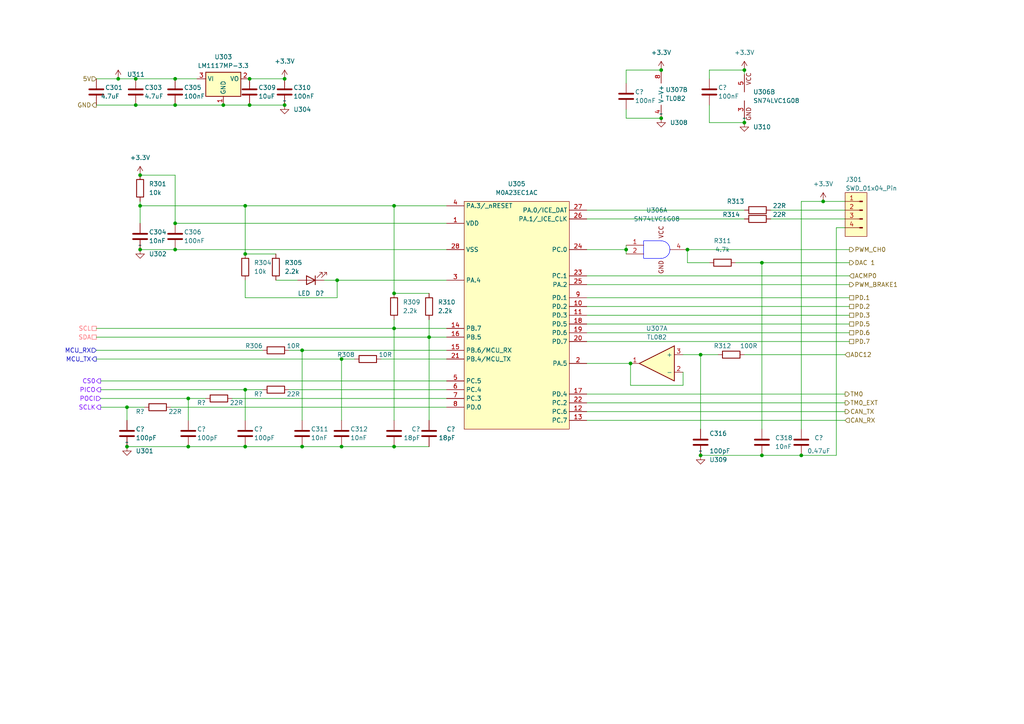
<source format=kicad_sch>
(kicad_sch (version 20230121) (generator eeschema)
  (paper "A4")
  (lib_symbols
    (symbol "00_Myself_Library:+5C"
      (property "Reference" "U" (at 0 0 0))
      (symbol "+5C_0_1"
        (polyline (pts (xy -0.762 1.27) (xy 0 2.54)))
        (polyline (pts (xy 0 0) (xy 0 2.54)))
        (polyline (pts (xy 0 2.54) (xy 0.762 1.27)))
      )
      (symbol "+5C_1_1"
        (pin power_out line (at 0 0 90) (length 0) hide (name "+5C") (number "1"))
      )
    )
    (symbol "00_Myself_Library:C_0805_0.47uF" (pin_numbers hide) (pin_names (offset 0) hide)
      (property "Reference" "C" (at -1.27 8.89 0))
      (property "Value" "0.47uF" (at 0 6.35 0))
      (symbol "C_0805_0.47uF_0_1"
        (polyline (pts (xy -0.762 2.032) (xy -0.762 -2.032)) (stroke (width 0.508)))
        (polyline (pts (xy 0.762 2.032) (xy 0.762 -2.032)) (stroke (width 0.508)))
      )
      (symbol "C_0805_0.47uF_1_1"
        (pin passive line (at 3.81 0 180) (length 2.794) (name "~") (number "1"))
        (pin passive line (at -3.81 0 0) (length 2.794) (name "~") (number "2"))
      )
    )
    (symbol "00_Myself_Library:C_0805_100nF" (pin_numbers hide) (pin_names (offset 0) hide)
      (property "Reference" "C" (at -2.54 8.89 0))
      (property "Value" "100nF" (at 0 6.35 0))
      (symbol "C_0805_100nF_0_1"
        (polyline (pts (xy -0.762 2.032) (xy -0.762 -2.032)) (stroke (width 0.508)))
        (polyline (pts (xy 0.762 2.032) (xy 0.762 -2.032)) (stroke (width 0.508)))
      )
      (symbol "C_0805_100nF_1_1"
        (pin passive line (at 3.81 0 180) (length 2.794) (name "~") (number "1"))
        (pin passive line (at -3.81 0 0) (length 2.794) (name "~") (number "2"))
      )
    )
    (symbol "00_Myself_Library:C_0805_100pF" (pin_numbers hide) (pin_names (offset 0) hide)
      (property "Reference" "C" (at -2.54 8.89 0))
      (property "Value" "100pF" (at 0 6.35 0))
      (symbol "C_0805_100pF_0_1"
        (polyline (pts (xy -0.762 2.032) (xy -0.762 -2.032)) (stroke (width 0.508)))
        (polyline (pts (xy 0.762 2.032) (xy 0.762 -2.032)) (stroke (width 0.508)))
      )
      (symbol "C_0805_100pF_1_1"
        (pin passive line (at 3.81 0 180) (length 2.794) (name "~") (number "1"))
        (pin passive line (at -3.81 0 0) (length 2.794) (name "~") (number "2"))
      )
    )
    (symbol "00_Myself_Library:C_0805_10nF" (pin_numbers hide) (pin_names (offset 0) hide)
      (property "Reference" "C" (at -2.54 8.89 0))
      (property "Value" "10nF" (at 0 6.35 0))
      (symbol "C_0805_10nF_0_1"
        (polyline (pts (xy -0.762 2.032) (xy -0.762 -2.032)) (stroke (width 0.508)))
        (polyline (pts (xy 0.762 2.032) (xy 0.762 -2.032)) (stroke (width 0.508)))
      )
      (symbol "C_0805_10nF_1_1"
        (pin passive line (at 3.81 0 180) (length 2.794) (name "~") (number "1"))
        (pin passive line (at -3.81 0 0) (length 2.794) (name "~") (number "2"))
      )
    )
    (symbol "00_Myself_Library:C_0805_10uF" (pin_numbers hide) (pin_names (offset 0) hide)
      (property "Reference" "C" (at -2.54 8.89 0))
      (property "Value" "10uF" (at 0 6.35 0))
      (symbol "C_0805_10uF_0_1"
        (polyline (pts (xy -0.762 2.032) (xy -0.762 -2.032)) (stroke (width 0.508)))
        (polyline (pts (xy 0.762 2.032) (xy 0.762 -2.032)) (stroke (width 0.508)))
      )
      (symbol "C_0805_10uF_1_1"
        (pin passive line (at 3.81 0 180) (length 2.794) (name "~") (number "1"))
        (pin passive line (at -3.81 0 0) (length 2.794) (name "~") (number "2"))
      )
    )
    (symbol "00_Myself_Library:C_0805_18pF" (pin_numbers hide) (pin_names (offset 0) hide)
      (property "Reference" "C" (at -2.54 8.89 0))
      (property "Value" "18pF" (at 0 6.35 0))
      (symbol "C_0805_18pF_0_1"
        (polyline (pts (xy -0.762 2.032) (xy -0.762 -2.032)) (stroke (width 0.508)))
        (polyline (pts (xy 0.762 2.032) (xy 0.762 -2.032)) (stroke (width 0.508)))
      )
      (symbol "C_0805_18pF_1_1"
        (pin passive line (at 3.81 0 180) (length 2.794) (name "~") (number "1"))
        (pin passive line (at -3.81 0 0) (length 2.794) (name "~") (number "2"))
      )
    )
    (symbol "00_Myself_Library:C_0805_4.7uF" (pin_numbers hide) (pin_names (offset 0) hide)
      (property "Reference" "C" (at -1.27 8.89 0))
      (property "Value" "4.7uF" (at 0 6.35 0))
      (symbol "C_0805_4.7uF_0_1"
        (polyline (pts (xy -0.762 2.032) (xy -0.762 -2.032)) (stroke (width 0.508)))
        (polyline (pts (xy 0.762 2.032) (xy 0.762 -2.032)) (stroke (width 0.508)))
      )
      (symbol "C_0805_4.7uF_1_1"
        (pin passive line (at 3.81 0 180) (length 2.794) (name "~") (number "1"))
        (pin passive line (at -3.81 0 0) (length 2.794) (name "~") (number "2"))
      )
    )
    (symbol "00_Myself_Library:GND_O"
      (property "Reference" "U" (at -2.54 0 0))
      (symbol "GND_O_0_1"
        (polyline (pts (xy 0 -1.27) (xy 0 -2.54) (xy 1.27 -2.54) (xy 0 -3.81) (xy -1.27 -2.54) (xy 0 -2.54)))
      )
      (symbol "GND_O_1_1"
        (pin output line (at 0 -1.27 270) (length 0) hide (name "GND") (number "1"))
      )
    )
    (symbol "00_Myself_Library:LED" (pin_numbers hide) (pin_names (offset 1.016) hide)
      (property "Reference" "D" (at 0 2.54 0))
      (property "Value" "LED" (at 0 -2.54 0))
      (symbol "LED_0_1"
        (polyline (pts (xy -1.27 -1.27) (xy -1.27 1.27)) (stroke (width 0.254)))
        (polyline (pts (xy -1.27 0) (xy 1.27 0)))
        (polyline (pts (xy 1.27 -1.27) (xy 1.27 1.27) (xy -1.27 0) (xy 1.27 -1.27)) (stroke (width 0.254)))
        (polyline (pts (xy -3.048 -0.762) (xy -4.572 -2.286) (xy -3.81 -2.286) (xy -4.572 -2.286) (xy -4.572 -1.524)))
        (polyline (pts (xy -1.778 -0.762) (xy -3.302 -2.286) (xy -2.54 -2.286) (xy -3.302 -2.286) (xy -3.302 -1.524)))
      )
      (symbol "LED_1_1"
        (pin passive line (at -3.81 0 0) (length 2.54) (name "K") (number "1"))
        (pin passive line (at 3.81 0 180) (length 2.54) (name "A") (number "2"))
      )
    )
    (symbol "00_Myself_Library:LM1117MP-3.3"
      (property "Reference" "U" (at -3.81 3.175 0))
      (property "Value" "LM1117MP-3.3" (at 0 3.175 0))
      (symbol "LM1117MP-3.3_0_1"
        (rectangle (start -5.08 1.905) (end 5.08 -5.08) (stroke (width 0.254)) (fill (type background)))
      )
      (symbol "LM1117MP-3.3_1_1"
        (pin passive line (at 0 -7.62 90) (length 2.54) (name "GND") (number "1"))
        (pin power_out line (at 7.62 0 180) (length 2.54) (name "VO") (number "2"))
        (pin power_in line (at -7.62 0 0) (length 2.54) (name "VI") (number "3"))
      )
    )
    (symbol "00_Myself_Library:M0A23EC1AC"
      (property "Reference" "U302" (at 5.08 22.86 0))
      (property "Value" "M0A23EC1AC" (at 5.08 20.32 0))
      (symbol "M0A23EC1AC_1_1"
        (rectangle (start -10.16 17.78) (end 20.32 -48.26) (fill (type background)))
        (pin passive line (at -15.24 11.43 0) (length 5.08) (name "VDD") (number "1"))
        (pin passive line (at 25.4 -12.7 180) (length 5.08) (name "PD.2") (number "10"))
        (pin passive line (at 25.4 -15.24 180) (length 5.08) (name "PD.3") (number "11"))
        (pin passive line (at 25.4 -43.18 180) (length 5.08) (name "PC.6") (number "12"))
        (pin passive line (at 25.4 -45.72 180) (length 5.08) (name "PC.7") (number "13"))
        (pin passive line (at -15.24 -19.05 0) (length 5.08) (name "PB.7") (number "14"))
        (pin passive line (at -15.24 -25.4 0) (length 5.08) (name "PB.6/MCU_RX") (number "15"))
        (pin passive line (at -15.24 -21.59 0) (length 5.08) (name "PB.5") (number "16"))
        (pin passive line (at 25.4 -38.1 180) (length 5.08) (name "PD.4") (number "17"))
        (pin passive line (at 25.4 -17.78 180) (length 5.08) (name "PD.5") (number "18"))
        (pin passive line (at 25.4 -20.32 180) (length 5.08) (name "PD.6") (number "19"))
        (pin passive line (at 25.4 -29.21 180) (length 5.08) (name "PA.5") (number "2"))
        (pin passive line (at 25.4 -22.86 180) (length 5.08) (name "PD.7") (number "20"))
        (pin passive line (at -15.24 -27.94 0) (length 5.08) (name "PB.4/MCU_TX") (number "21"))
        (pin passive line (at 25.4 -40.64 180) (length 5.08) (name "PC.2") (number "22"))
        (pin passive line (at 25.4 -3.81 180) (length 5.08) (name "PC.1") (number "23"))
        (pin passive line (at 25.4 3.81 180) (length 5.08) (name "PC.0") (number "24"))
        (pin passive line (at 25.4 -6.35 180) (length 5.08) (name "PA.2") (number "25"))
        (pin passive line (at 25.4 12.7 180) (length 5.08) (name "PA.1/_ICE_CLK") (number "26"))
        (pin passive line (at 25.4 15.24 180) (length 5.08) (name "PA.0/ICE_DAT") (number "27"))
        (pin passive line (at -15.24 3.81 0) (length 5.08) (name "VSS") (number "28"))
        (pin passive line (at -15.24 -5.08 0) (length 5.08) (name "PA.4") (number "3"))
        (pin passive line (at -15.24 16.51 0) (length 5.08) (name "PA.3/_nRESET") (number "4"))
        (pin passive line (at -15.24 -34.29 0) (length 5.08) (name "PC.5") (number "5"))
        (pin passive line (at -15.24 -36.83 0) (length 5.08) (name "PC.4") (number "6"))
        (pin passive line (at -15.24 -39.37 0) (length 5.08) (name "PC.3") (number "7"))
        (pin passive line (at -15.24 -41.91 0) (length 5.08) (name "PD.0") (number "8"))
        (pin passive line (at 25.4 -10.16 180) (length 5.08) (name "PD.1") (number "9"))
      )
    )
    (symbol "00_Myself_Library:R_0805_100R" (pin_numbers hide) (pin_names hide)
      (property "Reference" "R" (at -2.54 5.08 0))
      (property "Value" "100R" (at -1.27 2.54 0))
      (symbol "R_0805_100R_0_1"
        (rectangle (start -2.54 1.016) (end 2.54 -1.016) (stroke (width 0.254)))
      )
      (symbol "R_0805_100R_1_1"
        (pin passive line (at 3.81 0 180) (length 1.27) (name "~") (number "1"))
        (pin passive line (at -3.81 0 0) (length 1.27) (name "~") (number "2"))
      )
    )
    (symbol "00_Myself_Library:R_0805_10R" (pin_numbers hide) (pin_names hide)
      (property "Reference" "R" (at -2.54 5.08 0))
      (property "Value" "10R" (at -1.27 2.54 0))
      (symbol "R_0805_10R_0_1"
        (rectangle (start -2.54 1.016) (end 2.54 -1.016) (stroke (width 0.254)))
      )
      (symbol "R_0805_10R_1_1"
        (pin passive line (at 3.81 0 180) (length 1.27) (name "~") (number "1"))
        (pin passive line (at -3.81 0 0) (length 1.27) (name "~") (number "2"))
      )
    )
    (symbol "00_Myself_Library:R_0805_10k" (pin_numbers hide) (pin_names hide)
      (property "Reference" "R" (at -2.54 5.08 0))
      (property "Value" "10k" (at -1.27 2.54 0))
      (symbol "R_0805_10k_0_1"
        (rectangle (start -2.54 1.016) (end 2.54 -1.016) (stroke (width 0.254)))
      )
      (symbol "R_0805_10k_1_1"
        (pin passive line (at 3.81 0 180) (length 1.27) (name "~") (number "1"))
        (pin passive line (at -3.81 0 0) (length 1.27) (name "~") (number "2"))
      )
    )
    (symbol "00_Myself_Library:R_0805_2.2k" (pin_numbers hide) (pin_names hide)
      (property "Reference" "R" (at -2.54 5.08 0))
      (property "Value" "2.2k" (at -1.27 2.54 0))
      (symbol "R_0805_2.2k_0_1"
        (rectangle (start -2.54 1.016) (end 2.54 -1.016) (stroke (width 0.254)))
      )
      (symbol "R_0805_2.2k_1_1"
        (pin passive line (at 3.81 0 180) (length 1.27) (name "~") (number "1"))
        (pin passive line (at -3.81 0 0) (length 1.27) (name "~") (number "2"))
      )
    )
    (symbol "00_Myself_Library:R_0805_22R" (pin_numbers hide) (pin_names hide)
      (property "Reference" "R" (at -2.54 5.08 0))
      (property "Value" "22R" (at -1.27 2.54 0))
      (symbol "R_0805_22R_0_1"
        (rectangle (start -2.54 1.016) (end 2.54 -1.016) (stroke (width 0.254)))
      )
      (symbol "R_0805_22R_1_1"
        (pin passive line (at 3.81 0 180) (length 1.27) (name "~") (number "1"))
        (pin passive line (at -3.81 0 0) (length 1.27) (name "~") (number "2"))
      )
    )
    (symbol "00_Myself_Library:R_0805_4.7k" (pin_numbers hide) (pin_names hide)
      (property "Reference" "R" (at -2.54 5.08 0))
      (property "Value" "4.7k" (at -1.27 2.54 0))
      (symbol "R_0805_4.7k_0_1"
        (rectangle (start -2.54 1.016) (end 2.54 -1.016) (stroke (width 0.254)))
      )
      (symbol "R_0805_4.7k_1_1"
        (pin passive line (at 3.81 0 180) (length 1.27) (name "~") (number "1"))
        (pin passive line (at -3.81 0 0) (length 1.27) (name "~") (number "2"))
      )
    )
    (symbol "00_Myself_Library:SN74LVC1G08" (pin_names hide)
      (property "Reference" "U" (at -1.27 0 0))
      (property "Value" "SN74LVC1G08" (at -1.27 8.89 0))
      (symbol "SN74LVC1G08_0_1"
        (text "GND" (at 1.27 -5.08 900) (effects (font (size 1.27 1.27))))
        (text "VCC" (at 1.27 5.08 900) (effects (font (size 1.27 1.27))))
      )
      (symbol "SN74LVC1G08_1_1"
        (polyline (pts (xy 1.27 2.54) (xy -3.81 2.54) (xy -3.81 -2.54) (xy 1.27 -2.54)) (stroke (width 0) (color 0 0 255 1)) (fill (type color) (color 255 255 255 1)))
        (arc (start 1.27 -2.54) (mid 3.0618 -1.7918) (end 3.81 0) (stroke (width 0) (color 0 0 255 1)) (fill (type color) (color 255 255 255 1)))
        (arc (start 3.81 0) (mid 3.0661 1.7961) (end 1.27 2.54) (stroke (width 0) (color 0 0 255 1)) (fill (type color) (color 255 255 255 1)))
        (pin input line (at -8.89 1.27 0) (length 5.08) (name "~") (number "1"))
        (pin input line (at -8.89 -1.27 0) (length 5.08) (name "~") (number "2"))
        (pin output line (at 8.89 0 180) (length 5.08) (name "~") (number "4"))
      )
      (symbol "SN74LVC1G08_2_1"
        (pin passive line (at 0 -6.35 90) (length 5.08) (name "GND") (number "3"))
        (pin power_in line (at 0 6.35 270) (length 5.08) (name "VCC") (number "5"))
      )
    )
    (symbol "00_Myself_Library:SWD_01x04_Pin" (pin_names (offset 1.016) hide)
      (property "Reference" "J201" (at -1.27 11.43 0))
      (property "Value" "SWD_01x04_Pin" (at 0 8.89 0))
      (symbol "SWD_01x04_Pin_1_1"
        (rectangle (start -1.27 5.08) (end 5.08 -7.62) (fill (type background)))
        (polyline (pts (xy 1.27 -5.08) (xy 0.8636 -5.08)) (stroke (width 0.1524)))
        (polyline (pts (xy 1.27 -2.54) (xy 0.8636 -2.54)) (stroke (width 0.1524)))
        (polyline (pts (xy 1.27 0) (xy 0.8636 0)) (stroke (width 0.1524)))
        (polyline (pts (xy 1.27 2.54) (xy 0.8636 2.54)) (stroke (width 0.1524)))
        (rectangle (start 0.8636 -4.953) (end 0 -5.207) (stroke (width 0.1524)) (fill (type outline)))
        (rectangle (start 0.8636 -2.413) (end 0 -2.667) (stroke (width 0.1524)) (fill (type outline)))
        (rectangle (start 0.8636 0.127) (end 0 -0.127) (stroke (width 0.1524)) (fill (type outline)))
        (rectangle (start 0.8636 2.667) (end 0 2.413) (stroke (width 0.1524)) (fill (type outline)))
        (pin passive line (at 5.08 2.54 180) (length 3.81) (name "Pin_1") (number "1"))
        (pin passive line (at 5.08 0 180) (length 3.81) (name "Pin_2") (number "2"))
        (pin passive line (at 5.08 -2.54 180) (length 3.81) (name "Pin_3") (number "3"))
        (pin passive line (at 5.08 -5.08 180) (length 3.81) (name "Pin_4") (number "4"))
      )
    )
    (symbol "00_Myself_Library:TL082"
      (property "Reference" "U" (at 6.35 6.35 0))
      (property "Value" "TL082" (at 8.89 3.81 0))
      (symbol "TL082_1_1"
        (polyline (pts (xy -3.81 5.08) (xy 6.35 0) (xy -3.81 -5.08) (xy -3.81 5.08)) (stroke (width 0.254)) (fill (type background)))
        (pin output line (at 8.89 0 180) (length 2.54) (name "~") (number "1"))
        (pin input line (at -6.35 -2.54 0) (length 2.54) (name "-") (number "2"))
        (pin input line (at -6.35 2.54 0) (length 2.54) (name "+") (number "3"))
      )
      (symbol "TL082_2_1"
        (pin passive line (at 0 -6.35 90) (length 3.81) (name "V-") (number "4"))
        (pin power_in line (at 0 7.62 270) (length 3.81) (name "V+") (number "8"))
      )
    )
    (symbol "power:+3.3V" (power) (pin_names (offset 0))
      (property "Value" "+3.3V" (at 0 3.556 0))
      (symbol "+3.3V_0_1"
        (polyline (pts (xy -0.762 1.27) (xy 0 2.54)))
        (polyline (pts (xy 0 0) (xy 0 2.54)))
        (polyline (pts (xy 0 2.54) (xy 0.762 1.27)))
      )
      (symbol "+3.3V_1_1"
        (pin power_in line (at 0 0 90) (length 0) hide (name "+3.3V") (number "1"))
      )
    )
  )
  (junction (at 71.12 73.66))
  (junction (at 82.55 22.86))
  (junction (at 99.06 104.14))
  (junction (at 114.3 129.54))
  (junction (at 72.39 30.48))
  (junction (at 215.9 20.32))
  (junction (at 54.61 129.54))
  (junction (at 87.63 101.6))
  (junction (at 220.98 76.2))
  (junction (at 191.77 20.32))
  (junction (at 232.41 132.08))
  (junction (at 36.83 129.54))
  (junction (at 39.37 22.86))
  (junction (at 36.83 118.11))
  (junction (at 50.8 72.39))
  (junction (at 124.46 97.79))
  (junction (at 50.8 22.86))
  (junction (at 99.06 129.54))
  (junction (at 40.64 72.39))
  (junction (at 71.12 129.54))
  (junction (at 82.55 30.48))
  (junction (at 181.61 72.39))
  (junction (at 50.8 64.77))
  (junction (at 54.61 115.57))
  (junction (at 114.3 85.09))
  (junction (at 238.76 58.42))
  (junction (at 199.39 72.39))
  (junction (at 182.88 105.41))
  (junction (at 203.2 102.87))
  (junction (at 191.77 34.29))
  (junction (at 50.8 30.48))
  (junction (at 34.29 22.86))
  (junction (at 203.2 132.08))
  (junction (at 39.37 30.48))
  (junction (at 40.64 50.8))
  (junction (at 72.39 22.86))
  (junction (at 40.64 59.69))
  (junction (at 114.3 95.25))
  (junction (at 64.77 30.48))
  (junction (at 97.79 81.28))
  (junction (at 114.3 59.69))
  (junction (at 87.63 129.54))
  (junction (at 71.12 59.69))
  (junction (at 71.12 113.03))
  (junction (at 215.9 35.56))
  (junction (at 220.98 132.08))
  (wire (pts (xy 83.82 113.03) (xy 129.54 113.03)))
  (wire (pts (xy 232.41 58.42) (xy 238.76 58.42)))
  (wire (pts (xy 220.98 76.2) (xy 246.38 76.2)))
  (wire (pts (xy 181.61 20.32) (xy 191.77 20.32)))
  (wire (pts (xy 245.11 121.92) (xy 170.18 121.92)))
  (wire (pts (xy 27.94 101.6) (xy 76.2 101.6)))
  (wire (pts (xy 97.79 86.36) (xy 97.79 81.28)))
  (wire (pts (xy 245.11 119.38) (xy 170.18 119.38)))
  (wire (pts (xy 199.39 72.39) (xy 246.38 72.39)))
  (wire (pts (xy 50.8 22.86) (xy 57.15 22.86)))
  (wire (pts (xy 170.18 72.39) (xy 181.61 72.39)))
  (wire (pts (xy 170.18 80.01) (xy 246.38 80.01)))
  (wire (pts (xy 124.46 97.79) (xy 129.54 97.79)))
  (wire (pts (xy 246.38 99.06) (xy 170.18 99.06)))
  (wire (pts (xy 246.38 96.52) (xy 170.18 96.52)))
  (wire (pts (xy 181.61 20.32) (xy 181.61 24.13)))
  (wire (pts (xy 29.21 115.57) (xy 54.61 115.57)))
  (wire (pts (xy 114.3 59.69) (xy 114.3 85.09)))
  (wire (pts (xy 29.21 110.49) (xy 129.54 110.49)))
  (wire (pts (xy 50.8 30.48) (xy 64.77 30.48)))
  (wire (pts (xy 246.38 86.36) (xy 170.18 86.36)))
  (wire (pts (xy 232.41 132.08) (xy 242.57 132.08)))
  (wire (pts (xy 110.49 104.14) (xy 129.54 104.14)))
  (wire (pts (xy 245.11 66.04) (xy 242.57 66.04)))
  (wire (pts (xy 83.82 101.6) (xy 87.63 101.6)))
  (wire (pts (xy 27.94 104.14) (xy 99.06 104.14)))
  (wire (pts (xy 36.83 118.11) (xy 36.83 121.92)))
  (wire (pts (xy 199.39 76.2) (xy 205.74 76.2)))
  (wire (pts (xy 87.63 101.6) (xy 129.54 101.6)))
  (wire (pts (xy 205.74 22.86) (xy 205.74 20.32)))
  (wire (pts (xy 99.06 104.14) (xy 99.06 121.92)))
  (wire (pts (xy 246.38 93.98) (xy 170.18 93.98)))
  (wire (pts (xy 36.83 129.54) (xy 54.61 129.54)))
  (wire (pts (xy 114.3 59.69) (xy 129.54 59.69)))
  (wire (pts (xy 93.98 81.28) (xy 97.79 81.28)))
  (wire (pts (xy 114.3 95.25) (xy 129.54 95.25)))
  (wire (pts (xy 198.12 111.76) (xy 182.88 111.76)))
  (wire (pts (xy 213.36 76.2) (xy 220.98 76.2)))
  (wire (pts (xy 71.12 59.69) (xy 71.12 73.66)))
  (wire (pts (xy 170.18 60.96) (xy 215.9 60.96)))
  (wire (pts (xy 205.74 30.48) (xy 205.74 35.56)))
  (wire (pts (xy 49.53 118.11) (xy 129.54 118.11)))
  (wire (pts (xy 114.3 95.25) (xy 114.3 121.92)))
  (wire (pts (xy 246.38 91.44) (xy 170.18 91.44)))
  (wire (pts (xy 203.2 102.87) (xy 203.2 124.46)))
  (wire (pts (xy 232.41 124.46) (xy 232.41 58.42)))
  (wire (pts (xy 215.9 34.29) (xy 215.9 35.56)))
  (wire (pts (xy 198.12 102.87) (xy 203.2 102.87)))
  (wire (pts (xy 170.18 114.3) (xy 245.11 114.3)))
  (wire (pts (xy 199.39 76.2) (xy 199.39 72.39)))
  (wire (pts (xy 36.83 118.11) (xy 41.91 118.11)))
  (wire (pts (xy 40.64 59.69) (xy 40.64 64.77)))
  (wire (pts (xy 40.64 72.39) (xy 50.8 72.39)))
  (wire (pts (xy 99.06 129.54) (xy 114.3 129.54)))
  (wire (pts (xy 50.8 64.77) (xy 50.8 50.8)))
  (wire (pts (xy 215.9 102.87) (xy 245.11 102.87)))
  (wire (pts (xy 182.88 111.76) (xy 182.88 105.41)))
  (wire (pts (xy 72.39 30.48) (xy 82.55 30.48)))
  (wire (pts (xy 242.57 66.04) (xy 242.57 132.08)))
  (wire (pts (xy 87.63 129.54) (xy 99.06 129.54)))
  (wire (pts (xy 71.12 59.69) (xy 114.3 59.69)))
  (wire (pts (xy 67.31 115.57) (xy 129.54 115.57)))
  (wire (pts (xy 29.21 113.03) (xy 71.12 113.03)))
  (wire (pts (xy 64.77 30.48) (xy 72.39 30.48)))
  (wire (pts (xy 223.52 60.96) (xy 245.11 60.96)))
  (wire (pts (xy 181.61 72.39) (xy 181.61 73.66)))
  (wire (pts (xy 27.94 97.79) (xy 124.46 97.79)))
  (wire (pts (xy 181.61 71.12) (xy 181.61 72.39)))
  (wire (pts (xy 27.94 30.48) (xy 39.37 30.48)))
  (wire (pts (xy 205.74 20.32) (xy 215.9 20.32)))
  (wire (pts (xy 72.39 22.86) (xy 82.55 22.86)))
  (wire (pts (xy 71.12 113.03) (xy 76.2 113.03)))
  (wire (pts (xy 205.74 35.56) (xy 215.9 35.56)))
  (wire (pts (xy 27.94 95.25) (xy 114.3 95.25)))
  (wire (pts (xy 54.61 129.54) (xy 71.12 129.54)))
  (wire (pts (xy 71.12 129.54) (xy 87.63 129.54)))
  (wire (pts (xy 54.61 115.57) (xy 54.61 121.92)))
  (wire (pts (xy 97.79 81.28) (xy 129.54 81.28)))
  (wire (pts (xy 124.46 97.79) (xy 124.46 121.92)))
  (wire (pts (xy 170.18 116.84) (xy 245.11 116.84)))
  (wire (pts (xy 215.9 20.32) (xy 215.9 21.59)))
  (wire (pts (xy 102.87 104.14) (xy 99.06 104.14)))
  (wire (pts (xy 223.52 63.5) (xy 245.11 63.5)))
  (wire (pts (xy 39.37 30.48) (xy 50.8 30.48)))
  (wire (pts (xy 71.12 73.66) (xy 80.01 73.66)))
  (wire (pts (xy 87.63 101.6) (xy 87.63 121.92)))
  (wire (pts (xy 238.76 58.42) (xy 245.11 58.42)))
  (wire (pts (xy 50.8 64.77) (xy 129.54 64.77)))
  (wire (pts (xy 203.2 102.87) (xy 208.28 102.87)))
  (wire (pts (xy 40.64 58.42) (xy 40.64 59.69)))
  (wire (pts (xy 71.12 86.36) (xy 97.79 86.36)))
  (wire (pts (xy 114.3 92.71) (xy 114.3 95.25)))
  (wire (pts (xy 246.38 88.9) (xy 170.18 88.9)))
  (wire (pts (xy 71.12 113.03) (xy 71.12 121.92)))
  (wire (pts (xy 27.94 22.86) (xy 34.29 22.86)))
  (wire (pts (xy 29.21 118.11) (xy 36.83 118.11)))
  (wire (pts (xy 198.12 107.95) (xy 198.12 111.76)))
  (wire (pts (xy 170.18 63.5) (xy 215.9 63.5)))
  (wire (pts (xy 181.61 34.29) (xy 191.77 34.29)))
  (wire (pts (xy 114.3 129.54) (xy 124.46 129.54)))
  (wire (pts (xy 124.46 92.71) (xy 124.46 97.79)))
  (wire (pts (xy 203.2 132.08) (xy 220.98 132.08)))
  (wire (pts (xy 80.01 81.28) (xy 86.36 81.28)))
  (wire (pts (xy 50.8 72.39) (xy 129.54 72.39)))
  (wire (pts (xy 220.98 132.08) (xy 232.41 132.08)))
  (wire (pts (xy 40.64 59.69) (xy 71.12 59.69)))
  (wire (pts (xy 170.18 82.55) (xy 246.38 82.55)))
  (wire (pts (xy 54.61 115.57) (xy 59.69 115.57)))
  (wire (pts (xy 114.3 85.09) (xy 124.46 85.09)))
  (wire (pts (xy 181.61 31.75) (xy 181.61 34.29)))
  (wire (pts (xy 71.12 81.28) (xy 71.12 86.36)))
  (wire (pts (xy 39.37 22.86) (xy 50.8 22.86)))
  (wire (pts (xy 34.29 22.86) (xy 39.37 22.86)))
  (wire (pts (xy 220.98 76.2) (xy 220.98 124.46)))
  (wire (pts (xy 170.18 105.41) (xy 182.88 105.41)))
  (wire (pts (xy 50.8 50.8) (xy 40.64 50.8)))
  (hierarchical_label "ADC12" (shape input) (at 245.11 102.87 0))
  (hierarchical_label "CAN_TX" (shape output) (at 245.11 119.38 0))
  (hierarchical_label "PWM_CH0" (shape output) (at 246.38 72.39 0))
  (hierarchical_label "PD.3" (shape passive) (at 246.38 91.44 0))
  (hierarchical_label "SDA" (shape passive) (at 27.94 97.79 180))
  (hierarchical_label "PD.1" (shape passive) (at 246.38 86.36 0))
  (hierarchical_label "POCI" (shape input) (at 29.21 115.57 180))
  (hierarchical_label "DAC 1" (shape output) (at 246.38 76.2 0))
  (hierarchical_label "TM0" (shape output) (at 245.11 114.3 0))
  (hierarchical_label "CAN_RX" (shape input) (at 245.11 121.92 0))
  (hierarchical_label "SCLK" (shape output) (at 29.21 118.11 180))
  (hierarchical_label "PD.2" (shape passive) (at 246.38 88.9 0))
  (hierarchical_label "ACMP0" (shape input) (at 246.38 80.01 0))
  (hierarchical_label "MCU_TX" (shape output) (at 27.94 104.14 180))
  (hierarchical_label "PD.5" (shape passive) (at 246.38 93.98 0))
  (hierarchical_label "5V" (shape input) (at 27.94 22.86 180))
  (hierarchical_label "TM0_EXT" (shape output) (at 245.11 116.84 0))
  (hierarchical_label "CS0" (shape output) (at 29.21 110.49 180))
  (hierarchical_label "PD.6" (shape passive) (at 246.38 96.52 0))
  (hierarchical_label "GND" (shape output) (at 27.94 30.48 180))
  (hierarchical_label "PWM_BRAKE1" (shape output) (at 246.38 82.55 0))
  (hierarchical_label "SCL" (shape passive) (at 27.94 95.25 180))
  (hierarchical_label "MCU_RX" (shape input) (at 27.94 101.6 180))
  (hierarchical_label "PICO" (shape output) (at 29.21 113.03 180))
  (hierarchical_label "PD.7" (shape passive) (at 246.38 99.06 0))
  (symbol (lib_id "00_Myself_Library:C_0805_100nF") (at 181.61 27.94 90) (mirror x) (unit 1)
    (property "Reference" "C?" (at 184.15 26.67 90) (effects (justify right)))
    (property "Value" "100nF" (at 184.15 29.21 90) (effects (justify right)))
    (property "Footprint" "Capacitor_SMD:C_0805_2012Metric_Pad1.18x1.45mm_HandSolder" (effects hide))
    (property "Partnumber" "22E5-50104J01" (effects hide))
    (instances (project "M0" (path "" (reference "C?") (unit 1)) (path "" (reference "C315") (unit 1))))
  )
  (symbol (lib_id "00_Myself_Library:C_0805_4.7uF") (at 27.94 26.67 90) (unit 1)
    (property "Reference" "C301" (at 30.48 25.4 90) (effects (justify right)))
    (property "Value" "4.7uF" (at 29.21 27.94 90) (effects (justify right)))
    (property "Footprint" "Capacitor_SMD:C_0805_2012Metric_Pad1.18x1.45mm_HandSolder" (effects hide))
    (property "Datasheet" "22E5-25475K01" (effects hide))
  )
  (symbol (lib_id "00_Myself_Library:R_0805_4.7k") (at 209.55 76.2 0) (unit 1)
    (property "Reference" "R311" (at 209.55 69.85 0))
    (property "Value" "4.7k" (at 209.55 72.39 0))
    (property "Footprint" "Resistor_SMD:R_0805_2012Metric_Pad1.20x1.40mm_HandSolder" (effects hide))
    (property "Datasheet" "20C1-4701F221" (effects hide))
  )
  (symbol (lib_id "00_Myself_Library:R_0805_22R") (at 63.5 115.57 0) (unit 1)
    (property "Reference" "R?" (at 58.42 116.84 0))
    (property "Value" "22R" (at 68.58 116.84 0))
    (property "Footprint" "Resistor_SMD:R_0805_2012Metric_Pad1.20x1.40mm_HandSolder" (effects hide))
    (property "Partnumber" "20C1-22B0J221" (effects hide))
    (instances (project "M0" (path "" (reference "R?") (unit 1)) (path "" (reference "R303") (unit 1))))
  )
  (symbol (lib_id "00_Myself_Library:R_0805_22R") (at 45.72 118.11 0) (unit 1)
    (property "Reference" "R?" (at 40.64 119.38 0))
    (property "Value" "22R" (at 50.8 119.38 0))
    (property "Footprint" "Resistor_SMD:R_0805_2012Metric_Pad1.20x1.40mm_HandSolder" (effects hide))
    (property "Partnumber" "20C1-22B0J221" (effects hide))
    (instances (project "M0" (path "" (reference "R?") (unit 1)) (path "" (reference "R302") (unit 1))))
  )
  (symbol (lib_id "00_Myself_Library:C_0805_100nF") (at 50.8 26.67 90) (unit 1)
    (property "Reference" "C305" (at 53.34 25.4 90) (effects (justify right)))
    (property "Value" "100nF" (at 53.34 27.94 90) (effects (justify right)))
    (property "Footprint" "Capacitor_SMD:C_0805_2012Metric_Pad1.18x1.45mm_HandSolder" (effects hide))
    (property "Datasheet" "22E5-50104J01" (effects hide))
  )
  (symbol (lib_id "00_Myself_Library:GND_O") (at 215.9 34.29 0) (unit 1)
    (property "Reference" "U310" (at 218.44 36.83 0) (effects (justify left)))
    (property "Value" "~" (at 215.9 34.29 0))
  )
  (symbol (lib_id "00_Myself_Library:+5C") (at 34.29 22.86 0) (unit 1)
    (property "Reference" "U311" (at 36.83 21.59 0) (effects (justify left)))
    (property "Value" "~" (at 34.29 22.86 0))
  )
  (symbol (lib_id "00_Myself_Library:R_0805_22R") (at 219.71 63.5 0) (unit 1)
    (property "Reference" "R314" (at 212.09 62.23 0))
    (property "Value" "22R" (at 226.06 62.23 0))
    (property "Footprint" "Resistor_SMD:R_0805_2012Metric_Pad1.20x1.40mm_HandSolder" (effects hide))
    (property "Partnumber" "20C1-22B0J221" (effects hide))
  )
  (symbol (lib_id "00_Myself_Library:M0A23EC1AC") (at 144.78 76.2 0) (unit 1)
    (property "Reference" "U305" (at 149.86 53.34 0))
    (property "Value" "M0A23EC1AC" (at 149.86 55.88 0))
    (property "Footprint" "Package_SO:TSSOP-28-1EP_4.4x9.7mm_P0.65mm_EP2.85x6.7mm" (effects hide))
    (property "Partnumber" " TSSOP 28 (4.4x9.7x1.0 mm)" (effects hide))
  )
  (symbol (lib_id "00_Myself_Library:C_0805_10nF") (at 220.98 128.27 90) (unit 1)
    (property "Reference" "C318" (at 224.79 127 90) (effects (justify right)))
    (property "Value" "10nF" (at 224.79 129.54 90) (effects (justify right)))
    (property "Footprint" "Capacitor_SMD:C_0805_2012Metric_Pad1.18x1.45mm_HandSolder" (effects hide))
    (property "Partnumber" "22E5-50103F11" (effects hide))
  )
  (symbol (lib_id "00_Myself_Library:GND_O") (at 40.64 71.12 0) (unit 1)
    (property "Reference" "U302" (at 43.18 73.66 0) (effects (justify left)))
    (property "Value" "~" (at 40.64 71.12 0))
  )
  (symbol (lib_id "00_Myself_Library:C_0805_100nF") (at 205.74 26.67 90) (mirror x) (unit 1)
    (property "Reference" "C?" (at 208.28 25.4 90) (effects (justify right)))
    (property "Value" "100nF" (at 208.28 27.94 90) (effects (justify right)))
    (property "Footprint" "Capacitor_SMD:C_0805_2012Metric_Pad1.18x1.45mm_HandSolder" (effects hide))
    (property "Partnumber" "22E5-50104J01" (effects hide))
    (instances (project "M0" (path "" (reference "C?") (unit 1)) (path "" (reference "C317") (unit 1))))
  )
  (symbol (lib_id "00_Myself_Library:R_0805_100R") (at 212.09 102.87 0) (unit 1)
    (property "Reference" "R312" (at 209.55 100.33 0))
    (property "Value" "100R" (at 217.17 100.33 0))
    (property "Footprint" "Resistor_SMD:R_0805_2012Metric_Pad1.20x1.40mm_HandSolder" (effects hide))
    (property "Partnumber" "20M0S1000F221" (effects hide))
  )
  (symbol (lib_id "00_Myself_Library:TL082") (at 191.77 27.94 0) (mirror y) (unit 2)
    (property "Reference" "U307" (at 193.04 26.035 0) (effects (justify right)))
    (property "Value" "TL082" (at 193.04 28.575 0) (effects (justify right)))
    (property "Footprint" "Package_SO:SOIC-8_5.275x5.275mm_P1.27mm" (effects hide))
    (property "Datasheet" "2711-082BCD01" (effects hide))
  )
  (symbol (lib_id "00_Myself_Library:LM1117MP-3.3") (at 64.77 22.86 0) (unit 1)
    (property "Reference" "U303" (at 64.77 16.51 0))
    (property "Value" "LM1117MP-3.3" (at 64.77 19.05 0))
    (property "Footprint" "Package_TO_SOT_SMD:SOT-223-3_TabPin2" (effects hide))
    (property "Datasheet" "2713-1117MP11" (effects hide))
  )
  (symbol (lib_id "power:+3.3V") (at 238.76 58.42 0) (unit 1)
    (property "Reference" "#PWR0306" (effects hide))
    (property "Value" "+3.3V" (at 238.76 53.34 0))
  )
  (symbol (lib_id "00_Myself_Library:TL082") (at 191.77 105.41 0) (mirror y) (unit 1)
    (property "Reference" "U307" (at 190.5 95.25 0))
    (property "Value" "TL082" (at 190.5 97.79 0))
    (property "Footprint" "Package_SO:SOIC-8_5.275x5.275mm_P1.27mm" (effects hide))
    (property "Datasheet" "2711-082BCD01" (effects hide))
  )
  (symbol (lib_id "00_Myself_Library:SWD_01x04_Pin") (at 250.19 60.96 0) (mirror y) (unit 1)
    (property "Reference" "J301" (at 247.65 52.07 0))
    (property "Value" "SWD_01x04_Pin" (at 252.73 54.61 0))
    (property "Footprint" "Connector_PinHeader_1.00mm:PinHeader_1x04_P1.00mm_Horizontal" (effects hide))
    (property "Datasheet" "40PC-004PH071" (effects hide))
  )
  (symbol (lib_id "00_Myself_Library:R_0805_10R") (at 106.68 104.14 0) (unit 1)
    (property "Reference" "R308" (at 100.33 102.87 0))
    (property "Value" "10R" (at 111.76 102.87 0))
    (property "Footprint" "Resistor_SMD:R_0805_2012Metric_Pad1.20x1.40mm_HandSolder" (effects hide))
    (property "Partnumber" "20C1-100DF221" (effects hide))
  )
  (symbol (lib_id "00_Myself_Library:R_0805_2.2k") (at 80.01 77.47 90) (unit 1)
    (property "Reference" "R305" (at 82.55 76.2 90) (effects (justify right)))
    (property "Value" "2.2k" (at 82.55 78.74 90) (effects (justify right)))
    (property "Footprint" "Resistor_SMD:R_0805_2012Metric_Pad1.20x1.40mm_HandSolder" (effects hide))
    (property "Partnumber" "20M0E2201D221" (effects hide))
  )
  (symbol (lib_id "power:+3.3V") (at 215.9 20.32 0) (unit 1)
    (property "Reference" "#PWR0305" (effects hide))
    (property "Value" "+3.3V" (at 215.9 15.24 0))
  )
  (symbol (lib_id "00_Myself_Library:R_0805_10R") (at 80.01 101.6 0) (unit 1)
    (property "Reference" "R306" (at 73.66 100.33 0))
    (property "Value" "10R" (at 85.09 100.33 0))
    (property "Footprint" "Resistor_SMD:R_0805_2012Metric_Pad1.20x1.40mm_HandSolder" (effects hide))
    (property "Partnumber" "20C1-100DF221" (effects hide))
  )
  (symbol (lib_id "00_Myself_Library:LED") (at 90.17 81.28 180) (unit 1)
    (property "Reference" "D?" (at 91.44 85.09 0) (effects (justify right)))
    (property "Value" "LED" (at 86.36 85.09 0) (effects (justify right)))
    (property "Footprint" "LED_SMD:LED_0603_1608Metric_Pad1.05x0.95mm_HandSolder" (effects hide))
    (property "Partnumber" "3112-06T101A1" (effects hide))
    (instances (project "M0" (path "" (reference "D?") (unit 1)) (path "" (reference "D301") (unit 1))))
  )
  (symbol (lib_id "00_Myself_Library:C_0805_18pF") (at 124.46 125.73 270) (mirror x) (unit 1)
    (property "Reference" "C?" (at 132.08 124.46 90) (effects (justify right)))
    (property "Value" "18pF" (at 132.08 127 90) (effects (justify right)))
    (property "Footprint" "Capacitor_SMD:C_0805_2012Metric_Pad1.18x1.45mm_HandSolder" (effects hide))
    (property "Partnumber" "22E5-50180J01" (effects hide))
    (instances (project "M0" (path "" (reference "C?") (unit 1)) (path "" (reference "C314") (unit 1))))
  )
  (symbol (lib_id "00_Myself_Library:C_0805_100pF") (at 36.83 125.73 90) (unit 1)
    (property "Reference" "C?" (at 39.37 124.46 90) (effects (justify right)))
    (property "Value" "100pF" (at 39.37 127 90) (effects (justify right)))
    (property "Footprint" "Capacitor_SMD:C_0805_2012Metric_Pad1.18x1.45mm_HandSolder" (effects hide))
    (property "Partnumber" "22E5-50101J01" (effects hide))
    (instances (project "M0" (path "" (reference "C?") (unit 1)) (path "" (reference "C302") (unit 1))))
  )
  (symbol (lib_id "00_Myself_Library:C_0805_4.7uF") (at 39.37 26.67 90) (unit 1)
    (property "Reference" "C303" (at 41.91 25.4 90) (effects (justify right)))
    (property "Value" "4.7uF" (at 41.91 27.94 90) (effects (justify right)))
    (property "Footprint" "Capacitor_SMD:C_0805_2012Metric_Pad1.18x1.45mm_HandSolder" (effects hide))
    (property "Datasheet" "22E5-25475K01" (effects hide))
  )
  (symbol (lib_id "power:+3.3V") (at 40.64 50.8 0) (unit 1)
    (property "Reference" "#PWR0302" (effects hide))
    (property "Value" "+3.3V" (at 40.64 45.72 0))
  )
  (symbol (lib_id "00_Myself_Library:R_0805_10k") (at 40.64 54.61 90) (unit 1)
    (property "Reference" "R301" (at 43.18 53.34 90) (effects (justify right)))
    (property "Value" "10k" (at 43.18 55.88 90) (effects (justify right)))
    (property "Footprint" "Resistor_SMD:R_0805_2012Metric_Pad1.20x1.40mm_HandSolder" (effects hide))
    (property "Datasheet" "20M0S10K0B221" (effects hide))
  )
  (symbol (lib_id "00_Myself_Library:R_0805_22R") (at 80.01 113.03 0) (unit 1)
    (property "Reference" "R?" (at 74.93 114.3 0))
    (property "Value" "22R" (at 85.09 114.3 0))
    (property "Footprint" "Resistor_SMD:R_0805_2012Metric_Pad1.20x1.40mm_HandSolder" (effects hide))
    (property "Partnumber" "20C1-22B0J221" (effects hide))
    (instances (project "M0" (path "" (reference "R?") (unit 1)) (path "" (reference "R307") (unit 1))))
  )
  (symbol (lib_id "00_Myself_Library:C_0805_10uF") (at 72.39 26.67 90) (unit 1)
    (property "Reference" "C309" (at 74.93 25.4 90) (effects (justify right)))
    (property "Value" "10uF" (at 74.93 27.94 90) (effects (justify right)))
    (property "Footprint" "Capacitor_SMD:C_0805_2012Metric_Pad1.18x1.45mm_HandSolder" (effects hide))
    (property "Datasheet" "22E5-10106K01" (effects hide))
  )
  (symbol (lib_id "00_Myself_Library:C_0805_18pF") (at 114.3 125.73 270) (mirror x) (unit 1)
    (property "Reference" "C?" (at 121.92 124.46 90) (effects (justify right)))
    (property "Value" "18pF" (at 121.92 127 90) (effects (justify right)))
    (property "Footprint" "Capacitor_SMD:C_0805_2012Metric_Pad1.18x1.45mm_HandSolder" (effects hide))
    (property "Partnumber" "22E5-50180J01" (effects hide))
    (instances (project "M0" (path "" (reference "C?") (unit 1)) (path "" (reference "C313") (unit 1))))
  )
  (symbol (lib_id "00_Myself_Library:C_0805_100nF") (at 50.8 68.58 90) (unit 1)
    (property "Reference" "C306" (at 53.34 67.31 90) (effects (justify right)))
    (property "Value" "100nF" (at 53.34 69.85 90) (effects (justify right)))
    (property "Footprint" "Capacitor_SMD:C_0805_2012Metric_Pad1.18x1.45mm_HandSolder" (effects hide))
    (property "Partnumber" "22E5-50104J01" (effects hide))
  )
  (symbol (lib_id "power:+3.3V") (at 191.77 20.32 0) (unit 1)
    (property "Reference" "#PWR0304" (effects hide))
    (property "Value" "+3.3V" (at 191.77 15.24 0))
  )
  (symbol (lib_id "00_Myself_Library:C_0805_100pF") (at 71.12 125.73 90) (unit 1)
    (property "Reference" "C?" (at 73.66 124.46 90) (effects (justify right)))
    (property "Value" "100pF" (at 73.66 127 90) (effects (justify right)))
    (property "Footprint" "Capacitor_SMD:C_0805_2012Metric_Pad1.18x1.45mm_HandSolder" (effects hide))
    (property "Partnumber" "22E5-50101J01" (effects hide))
    (instances (project "M0" (path "" (reference "C?") (unit 1)) (path "" (reference "C308") (unit 1))))
  )
  (symbol (lib_id "power:+3.3V") (at 82.55 22.86 0) (unit 1)
    (property "Reference" "#PWR0303" (effects hide))
    (property "Value" "+3.3V" (at 82.55 17.78 0))
  )
  (symbol (lib_id "00_Myself_Library:C_0805_10nF") (at 99.06 125.73 90) (unit 1)
    (property "Reference" "C312" (at 101.6 124.46 90) (effects (justify right)))
    (property "Value" "10nF" (at 101.6 127 90) (effects (justify right)))
    (property "Footprint" "Capacitor_SMD:C_0805_2012Metric_Pad1.18x1.45mm_HandSolder" (effects hide))
    (property "Partnumber" "22E5-50103F11" (effects hide))
  )
  (symbol (lib_id "00_Myself_Library:C_0805_100nF") (at 82.55 26.67 90) (unit 1)
    (property "Reference" "C310" (at 85.09 25.4 90) (effects (justify right)))
    (property "Value" "100nF" (at 85.09 27.94 90) (effects (justify right)))
    (property "Footprint" "Capacitor_SMD:C_0805_2012Metric_Pad1.18x1.45mm_HandSolder" (effects hide))
    (property "Datasheet" "22E5-50104J01" (effects hide))
  )
  (symbol (lib_id "00_Myself_Library:R_0805_22R") (at 219.71 60.96 0) (unit 1)
    (property "Reference" "R313" (at 213.36 58.42 0))
    (property "Value" "22R" (at 226.06 59.69 0))
    (property "Footprint" "Resistor_SMD:R_0805_2012Metric_Pad1.20x1.40mm_HandSolder" (effects hide))
    (property "Partnumber" "20C1-22B0J221" (effects hide))
  )
  (symbol (lib_id "00_Myself_Library:C_0805_0.47uF") (at 232.41 128.27 90) (unit 1)
    (property "Reference" "C?" (at 237.49 127 90))
    (property "Value" "0.47uF" (at 237.49 130.81 90))
    (property "Footprint" "Capacitor_SMD:C_0805_2012Metric_Pad1.18x1.45mm_HandSolder" (effects hide))
    (property "Partnumber" "22E5-50474K01" (effects hide))
    (instances (project "M0" (path "" (reference "C?") (unit 1)) (path "" (reference "C319") (unit 1))))
  )
  (symbol (lib_id "00_Myself_Library:C_0805_100pF") (at 54.61 125.73 90) (unit 1)
    (property "Reference" "C?" (at 57.15 124.46 90) (effects (justify right)))
    (property "Value" "100pF" (at 57.15 127 90) (effects (justify right)))
    (property "Footprint" "Capacitor_SMD:C_0805_2012Metric_Pad1.18x1.45mm_HandSolder" (effects hide))
    (property "Partnumber" "22E5-50101J01" (effects hide))
    (instances (project "M0" (path "" (reference "C?") (unit 1)) (path "" (reference "C307") (unit 1))))
  )
  (symbol (lib_id "00_Myself_Library:C_0805_100pF") (at 203.2 128.27 270) (mirror x) (unit 1)
    (property "Reference" "C316" (at 205.74 125.73 90) (effects (justify left)))
    (property "Value" "100pF" (at 205.74 130.81 90) (effects (justify left)))
    (property "Footprint" "Capacitor_SMD:C_0805_2012Metric_Pad1.18x1.45mm_HandSolder" (effects hide))
    (property "Partnumber" "22E5-50101J01" (effects hide))
  )
  (symbol (lib_id "00_Myself_Library:GND_O") (at 82.55 29.21 0) (unit 1)
    (property "Reference" "U304" (at 85.09 31.75 0) (effects (justify left)))
    (property "Value" "~" (at 82.55 29.21 0))
  )
  (symbol (lib_id "00_Myself_Library:SN74LVC1G08") (at 190.5 72.39 0) (unit 1)
    (property "Reference" "U306" (at 190.5 60.96 0))
    (property "Value" "SN74LVC1G08" (at 190.5 63.5 0))
    (property "Footprint" "Package_TO_SOT_SMD:SOT-23-5" (effects hide))
    (property "Partnumber" "2711-1G08DR01" (effects hide))
  )
  (symbol (lib_id "00_Myself_Library:R_0805_2.2k") (at 124.46 88.9 90) (unit 1)
    (property "Reference" "R310" (at 127 87.63 90) (effects (justify right)))
    (property "Value" "2.2k" (at 127 90.17 90) (effects (justify right)))
    (property "Footprint" "Resistor_SMD:R_0805_2012Metric_Pad1.20x1.40mm_HandSolder" (effects hide))
    (property "Datasheet" "20M0E2201D221" (effects hide))
  )
  (symbol (lib_id "00_Myself_Library:C_0805_10nF") (at 87.63 125.73 90) (unit 1)
    (property "Reference" "C311" (at 90.17 124.46 90) (effects (justify right)))
    (property "Value" "10nF" (at 90.17 127 90) (effects (justify right)))
    (property "Footprint" "Capacitor_SMD:C_0805_2012Metric_Pad1.18x1.45mm_HandSolder" (effects hide))
    (property "Partnumber" "22E5-50103F11" (effects hide))
  )
  (symbol (lib_id "00_Myself_Library:SN74LVC1G08") (at 215.9 27.94 0) (unit 2)
    (property "Reference" "U306" (at 218.44 26.67 0) (effects (justify left)))
    (property "Value" "SN74LVC1G08" (at 218.44 29.21 0) (effects (justify left)))
    (property "Footprint" "Package_TO_SOT_SMD:SOT-23-5" (effects hide))
    (property "Partnumber" "2711-1G08DR01" (effects hide))
  )
  (symbol (lib_id "00_Myself_Library:C_0805_10nF") (at 40.64 68.58 90) (unit 1)
    (property "Reference" "C304" (at 43.18 67.31 90) (effects (justify right)))
    (property "Value" "10nF" (at 43.18 69.85 90) (effects (justify right)))
    (property "Footprint" "Capacitor_SMD:C_0805_2012Metric_Pad1.18x1.45mm_HandSolder" (effects hide))
    (property "Partnumber" "22E5-50103F11" (effects hide))
  )
  (symbol (lib_id "00_Myself_Library:GND_O") (at 203.2 130.81 0) (unit 1)
    (property "Reference" "U309" (at 205.74 133.35 0) (effects (justify left)))
    (property "Value" "~" (at 203.2 130.81 0))
  )
  (symbol (lib_id "00_Myself_Library:GND_O") (at 36.83 128.27 0) (unit 1)
    (property "Reference" "U301" (at 39.37 130.81 0) (effects (justify left)))
    (property "Value" "~" (at 36.83 128.27 0))
  )
  (symbol (lib_id "00_Myself_Library:R_0805_2.2k") (at 114.3 88.9 90) (unit 1)
    (property "Reference" "R309" (at 116.84 87.63 90) (effects (justify right)))
    (property "Value" "2.2k" (at 116.84 90.17 90) (effects (justify right)))
    (property "Footprint" "Resistor_SMD:R_0805_2012Metric_Pad1.20x1.40mm_HandSolder" (effects hide))
    (property "Datasheet" "20M0E2201D221" (effects hide))
  )
  (symbol (lib_id "00_Myself_Library:GND_O") (at 191.77 33.02 0) (unit 1)
    (property "Reference" "U308" (at 194.31 35.56 0) (effects (justify left)))
    (property "Value" "~" (at 191.77 33.02 0))
  )
  (symbol (lib_id "00_Myself_Library:R_0805_10k") (at 71.12 77.47 90) (unit 1)
    (property "Reference" "R304" (at 73.66 76.2 90) (effects (justify right)))
    (property "Value" "10k" (at 73.66 78.74 90) (effects (justify right)))
    (property "Footprint" "Resistor_SMD:R_0805_2012Metric_Pad1.20x1.40mm_HandSolder" (effects hide))
    (property "Datasheet" "20M0S10K0B221" (effects hide))
  )
)
</source>
